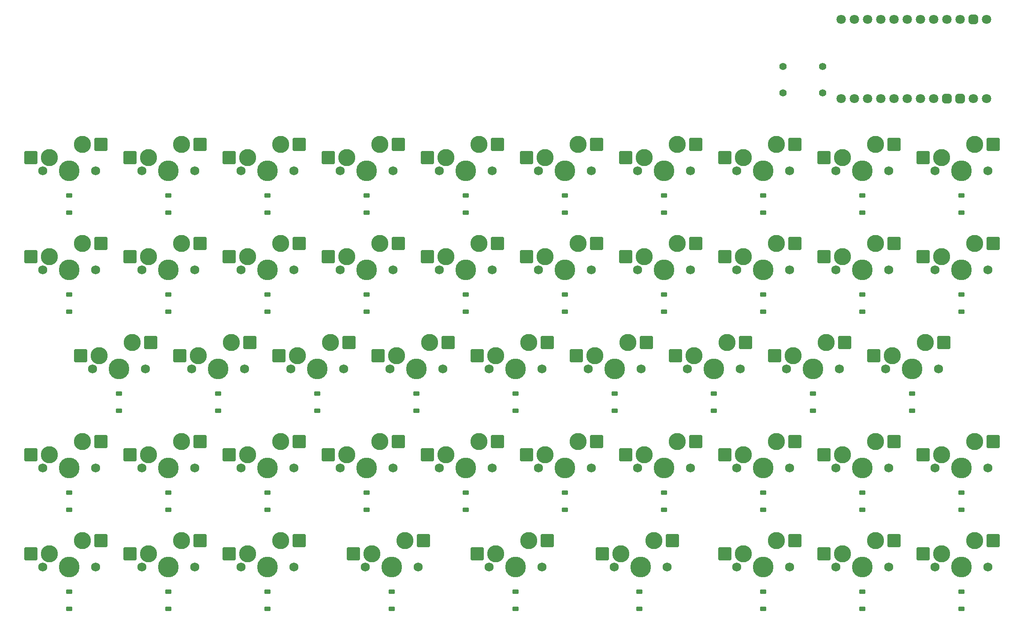
<source format=gbr>
%TF.GenerationSoftware,KiCad,Pcbnew,8.0.6*%
%TF.CreationDate,2024-12-01T20:43:42-07:00*%
%TF.ProjectId,newk-tabesque48,6e65776b-2d74-4616-9265-737175653438,rev?*%
%TF.SameCoordinates,Original*%
%TF.FileFunction,Soldermask,Bot*%
%TF.FilePolarity,Negative*%
%FSLAX46Y46*%
G04 Gerber Fmt 4.6, Leading zero omitted, Abs format (unit mm)*
G04 Created by KiCad (PCBNEW 8.0.6) date 2024-12-01 20:43:42*
%MOMM*%
%LPD*%
G01*
G04 APERTURE LIST*
G04 Aperture macros list*
%AMRoundRect*
0 Rectangle with rounded corners*
0 $1 Rounding radius*
0 $2 $3 $4 $5 $6 $7 $8 $9 X,Y pos of 4 corners*
0 Add a 4 corners polygon primitive as box body*
4,1,4,$2,$3,$4,$5,$6,$7,$8,$9,$2,$3,0*
0 Add four circle primitives for the rounded corners*
1,1,$1+$1,$2,$3*
1,1,$1+$1,$4,$5*
1,1,$1+$1,$6,$7*
1,1,$1+$1,$8,$9*
0 Add four rect primitives between the rounded corners*
20,1,$1+$1,$2,$3,$4,$5,0*
20,1,$1+$1,$4,$5,$6,$7,0*
20,1,$1+$1,$6,$7,$8,$9,0*
20,1,$1+$1,$8,$9,$2,$3,0*%
G04 Aperture macros list end*
%ADD10C,1.397000*%
%ADD11C,1.800000*%
%ADD12RoundRect,0.450000X-0.450000X0.450000X-0.450000X-0.450000X0.450000X-0.450000X0.450000X0.450000X0*%
%ADD13C,1.750000*%
%ADD14C,3.987800*%
%ADD15C,3.300000*%
%ADD16RoundRect,0.250000X1.025000X1.000000X-1.025000X1.000000X-1.025000X-1.000000X1.025000X-1.000000X0*%
%ADD17RoundRect,0.225000X0.375000X-0.225000X0.375000X0.225000X-0.375000X0.225000X-0.375000X-0.225000X0*%
G04 APERTURE END LIST*
D10*
%TO.C,SW1*%
X206629000Y-37846000D03*
X214249000Y-37846000D03*
X206629000Y-42926000D03*
X214249000Y-42926000D03*
%TD*%
D11*
%TO.C,U1*%
X245681500Y-44100750D03*
X243141500Y-44100750D03*
D12*
X240601500Y-44100750D03*
X238061500Y-44100750D03*
D11*
X235521500Y-44100750D03*
X232981500Y-44100750D03*
X230441500Y-44100750D03*
X227901500Y-44100750D03*
X225361500Y-44100750D03*
X222821500Y-44100750D03*
X220281500Y-44100750D03*
X217741500Y-44100750D03*
X245681500Y-28860750D03*
D12*
X243141500Y-28860750D03*
D11*
X240601500Y-28860750D03*
X238061500Y-28860750D03*
X235521500Y-28860750D03*
X232981500Y-28860750D03*
X230441500Y-28860750D03*
X227901500Y-28860750D03*
X225361500Y-28860750D03*
X222821500Y-28860750D03*
X220281500Y-28860750D03*
X217741500Y-28860750D03*
%TD*%
D13*
%TO.C,MX33*%
X188849000Y-115062000D03*
D14*
X183769000Y-115062000D03*
D13*
X178689000Y-115062000D03*
D15*
X179959000Y-112522000D03*
D16*
X176409000Y-112522000D03*
X189859000Y-109982000D03*
D15*
X186309000Y-109982000D03*
%TD*%
D13*
%TO.C,MX31*%
X226949000Y-115062000D03*
D14*
X221869000Y-115062000D03*
D13*
X216789000Y-115062000D03*
D15*
X218059000Y-112522000D03*
D16*
X214509000Y-112522000D03*
X227959000Y-109982000D03*
D15*
X224409000Y-109982000D03*
%TD*%
D13*
%TO.C,MX44*%
X160274000Y-134112000D03*
D14*
X155194000Y-134112000D03*
D13*
X150114000Y-134112000D03*
D15*
X151384000Y-131572000D03*
D16*
X147834000Y-131572000D03*
X161284000Y-129032000D03*
D15*
X157734000Y-129032000D03*
%TD*%
D13*
%TO.C,MX4*%
X188849000Y-57912000D03*
D14*
X183769000Y-57912000D03*
D13*
X178689000Y-57912000D03*
D15*
X179959000Y-55372000D03*
D16*
X176409000Y-55372000D03*
X189859000Y-52832000D03*
D15*
X186309000Y-52832000D03*
%TD*%
D13*
%TO.C,MX12*%
X226949000Y-76962000D03*
D14*
X221869000Y-76962000D03*
D13*
X216789000Y-76962000D03*
D15*
X218059000Y-74422000D03*
D16*
X214509000Y-74422000D03*
X227959000Y-71882000D03*
D15*
X224409000Y-71882000D03*
%TD*%
D13*
%TO.C,MX37*%
X112649000Y-115062000D03*
D14*
X107569000Y-115062000D03*
D13*
X102489000Y-115062000D03*
D15*
X103759000Y-112522000D03*
D16*
X100209000Y-112522000D03*
X113659000Y-109982000D03*
D15*
X110109000Y-109982000D03*
%TD*%
D13*
%TO.C,MX20*%
X74549000Y-76962000D03*
D14*
X69469000Y-76962000D03*
D13*
X64389000Y-76962000D03*
D15*
X65659000Y-74422000D03*
D16*
X62109000Y-74422000D03*
X75559000Y-71882000D03*
D15*
X72009000Y-71882000D03*
%TD*%
D13*
%TO.C,MX39*%
X74549000Y-115062000D03*
D14*
X69469000Y-115062000D03*
D13*
X64389000Y-115062000D03*
D15*
X65659000Y-112522000D03*
D16*
X62109000Y-112522000D03*
X75559000Y-109982000D03*
D15*
X72009000Y-109982000D03*
%TD*%
D13*
%TO.C,MX3*%
X207899000Y-57912000D03*
D14*
X202819000Y-57912000D03*
D13*
X197739000Y-57912000D03*
D15*
X199009000Y-55372000D03*
D16*
X195459000Y-55372000D03*
X208909000Y-52832000D03*
D15*
X205359000Y-52832000D03*
%TD*%
D13*
%TO.C,MX13*%
X207899000Y-76962000D03*
D14*
X202819000Y-76962000D03*
D13*
X197739000Y-76962000D03*
D15*
X199009000Y-74422000D03*
D16*
X195459000Y-74422000D03*
X208909000Y-71882000D03*
D15*
X205359000Y-71882000D03*
%TD*%
D17*
%TO.C,D32*%
X202819000Y-123124500D03*
X202819000Y-119824500D03*
%TD*%
%TO.C,D31*%
X221869000Y-123124500D03*
X221869000Y-119824500D03*
%TD*%
D13*
%TO.C,MX2*%
X226949000Y-57912000D03*
D14*
X221869000Y-57912000D03*
D13*
X216789000Y-57912000D03*
D15*
X218059000Y-55372000D03*
D16*
X214509000Y-55372000D03*
X227959000Y-52832000D03*
D15*
X224409000Y-52832000D03*
%TD*%
D13*
%TO.C,MX7*%
X131699000Y-57912000D03*
D14*
X126619000Y-57912000D03*
D13*
X121539000Y-57912000D03*
D15*
X122809000Y-55372000D03*
D16*
X119259000Y-55372000D03*
X132709000Y-52832000D03*
D15*
X129159000Y-52832000D03*
%TD*%
D17*
%TO.C,D36*%
X126619000Y-123124500D03*
X126619000Y-119824500D03*
%TD*%
%TO.C,D15*%
X164719000Y-85024500D03*
X164719000Y-81724500D03*
%TD*%
D13*
%TO.C,MX1*%
X245999000Y-57912000D03*
D14*
X240919000Y-57912000D03*
D13*
X235839000Y-57912000D03*
D15*
X237109000Y-55372000D03*
D16*
X233559000Y-55372000D03*
X247009000Y-52832000D03*
D15*
X243459000Y-52832000D03*
%TD*%
D13*
%TO.C,MX19*%
X93599000Y-76962000D03*
D14*
X88519000Y-76962000D03*
D13*
X83439000Y-76962000D03*
D15*
X84709000Y-74422000D03*
D16*
X81159000Y-74422000D03*
X94609000Y-71882000D03*
D15*
X91059000Y-71882000D03*
%TD*%
D17*
%TO.C,D6*%
X145669000Y-65974500D03*
X145669000Y-62674500D03*
%TD*%
%TO.C,D5*%
X164719000Y-65974500D03*
X164719000Y-62674500D03*
%TD*%
D13*
%TO.C,MX40*%
X245999000Y-134112000D03*
D14*
X240919000Y-134112000D03*
D13*
X235839000Y-134112000D03*
D15*
X237109000Y-131572000D03*
D16*
X233559000Y-131572000D03*
X247009000Y-129032000D03*
D15*
X243459000Y-129032000D03*
%TD*%
D13*
%TO.C,MX36*%
X131699000Y-115062000D03*
D14*
X126619000Y-115062000D03*
D13*
X121539000Y-115062000D03*
D15*
X122809000Y-112522000D03*
D16*
X119259000Y-112522000D03*
X132709000Y-109982000D03*
D15*
X129159000Y-109982000D03*
%TD*%
D13*
%TO.C,MX46*%
X112649000Y-134112000D03*
D14*
X107569000Y-134112000D03*
D13*
X102489000Y-134112000D03*
D15*
X103759000Y-131572000D03*
D16*
X100209000Y-131572000D03*
X113659000Y-129032000D03*
D15*
X110109000Y-129032000D03*
%TD*%
D17*
%TO.C,D45*%
X131381500Y-142174500D03*
X131381500Y-138874500D03*
%TD*%
D13*
%TO.C,MX16*%
X150749000Y-76962000D03*
D14*
X145669000Y-76962000D03*
D13*
X140589000Y-76962000D03*
D15*
X141859000Y-74422000D03*
D16*
X138309000Y-74422000D03*
X151759000Y-71882000D03*
D15*
X148209000Y-71882000D03*
%TD*%
D13*
%TO.C,MX41*%
X226949000Y-134112000D03*
D14*
X221869000Y-134112000D03*
D13*
X216789000Y-134112000D03*
D15*
X218059000Y-131572000D03*
D16*
X214509000Y-131572000D03*
X227959000Y-129032000D03*
D15*
X224409000Y-129032000D03*
%TD*%
D13*
%TO.C,MX17*%
X131699000Y-76962000D03*
D14*
X126619000Y-76962000D03*
D13*
X121539000Y-76962000D03*
D15*
X122809000Y-74422000D03*
D16*
X119259000Y-74422000D03*
X132709000Y-71882000D03*
D15*
X129159000Y-71882000D03*
%TD*%
D17*
%TO.C,D9*%
X88519000Y-65974500D03*
X88519000Y-62674500D03*
%TD*%
D13*
%TO.C,MX9*%
X93599000Y-57912000D03*
D14*
X88519000Y-57912000D03*
D13*
X83439000Y-57912000D03*
D15*
X84709000Y-55372000D03*
D16*
X81159000Y-55372000D03*
X94609000Y-52832000D03*
D15*
X91059000Y-52832000D03*
%TD*%
D13*
%TO.C,MX25*%
X160274000Y-96012000D03*
D14*
X155194000Y-96012000D03*
D13*
X150114000Y-96012000D03*
D15*
X151384000Y-93472000D03*
D16*
X147834000Y-93472000D03*
X161284000Y-90932000D03*
D15*
X157734000Y-90932000D03*
%TD*%
D17*
%TO.C,D39*%
X69469000Y-123124500D03*
X69469000Y-119824500D03*
%TD*%
%TO.C,D48*%
X69469000Y-142174500D03*
X69469000Y-138874500D03*
%TD*%
D13*
%TO.C,MX10*%
X74549000Y-57912000D03*
D14*
X69469000Y-57912000D03*
D13*
X64389000Y-57912000D03*
D15*
X65659000Y-55372000D03*
D16*
X62109000Y-55372000D03*
X75559000Y-52832000D03*
D15*
X72009000Y-52832000D03*
%TD*%
D17*
%TO.C,D19*%
X88519000Y-85024500D03*
X88519000Y-81724500D03*
%TD*%
%TO.C,D4*%
X183769000Y-65974500D03*
X183769000Y-62674500D03*
%TD*%
D13*
%TO.C,MX5*%
X169799000Y-57912000D03*
D14*
X164719000Y-57912000D03*
D13*
X159639000Y-57912000D03*
D15*
X160909000Y-55372000D03*
D16*
X157359000Y-55372000D03*
X170809000Y-52832000D03*
D15*
X167259000Y-52832000D03*
%TD*%
D13*
%TO.C,MX23*%
X198374000Y-96012000D03*
D14*
X193294000Y-96012000D03*
D13*
X188214000Y-96012000D03*
D15*
X189484000Y-93472000D03*
D16*
X185934000Y-93472000D03*
X199384000Y-90932000D03*
D15*
X195834000Y-90932000D03*
%TD*%
D17*
%TO.C,D24*%
X174244000Y-104074500D03*
X174244000Y-100774500D03*
%TD*%
%TO.C,D12*%
X221869000Y-85024500D03*
X221869000Y-81724500D03*
%TD*%
%TO.C,D17*%
X126619000Y-85024500D03*
X126619000Y-81724500D03*
%TD*%
%TO.C,D8*%
X107569000Y-65974500D03*
X107569000Y-62674500D03*
%TD*%
D13*
%TO.C,MX24*%
X179324000Y-96012000D03*
D14*
X174244000Y-96012000D03*
D13*
X169164000Y-96012000D03*
D15*
X170434000Y-93472000D03*
D16*
X166884000Y-93472000D03*
X180334000Y-90932000D03*
D15*
X176784000Y-90932000D03*
%TD*%
D13*
%TO.C,MX27*%
X122174000Y-96012000D03*
D14*
X117094000Y-96012000D03*
D13*
X112014000Y-96012000D03*
D15*
X113284000Y-93472000D03*
D16*
X109734000Y-93472000D03*
X123184000Y-90932000D03*
D15*
X119634000Y-90932000D03*
%TD*%
D17*
%TO.C,D43*%
X179006500Y-142174500D03*
X179006500Y-138874500D03*
%TD*%
%TO.C,D13*%
X202819000Y-85024500D03*
X202819000Y-81724500D03*
%TD*%
%TO.C,D7*%
X126619000Y-65974500D03*
X126619000Y-62674500D03*
%TD*%
%TO.C,D30*%
X240919000Y-123124500D03*
X240919000Y-119824500D03*
%TD*%
%TO.C,D2*%
X221869000Y-65974500D03*
X221869000Y-62674500D03*
%TD*%
%TO.C,D1*%
X240919000Y-65974500D03*
X240919000Y-62674500D03*
%TD*%
D13*
%TO.C,MX47*%
X93599000Y-134112000D03*
D14*
X88519000Y-134112000D03*
D13*
X83439000Y-134112000D03*
D15*
X84709000Y-131572000D03*
D16*
X81159000Y-131572000D03*
X94609000Y-129032000D03*
D15*
X91059000Y-129032000D03*
%TD*%
D17*
%TO.C,D42*%
X202819000Y-142174500D03*
X202819000Y-138874500D03*
%TD*%
D13*
%TO.C,MX30*%
X245999000Y-115062000D03*
D14*
X240919000Y-115062000D03*
D13*
X235839000Y-115062000D03*
D15*
X237109000Y-112522000D03*
D16*
X233559000Y-112522000D03*
X247009000Y-109982000D03*
D15*
X243459000Y-109982000D03*
%TD*%
D13*
%TO.C,MX14*%
X188849000Y-76962000D03*
D14*
X183769000Y-76962000D03*
D13*
X178689000Y-76962000D03*
D15*
X179959000Y-74422000D03*
D16*
X176409000Y-74422000D03*
X189859000Y-71882000D03*
D15*
X186309000Y-71882000D03*
%TD*%
D17*
%TO.C,D35*%
X145669000Y-123124500D03*
X145669000Y-119824500D03*
%TD*%
D13*
%TO.C,MX11*%
X245999000Y-76962000D03*
D14*
X240919000Y-76962000D03*
D13*
X235839000Y-76962000D03*
D15*
X237109000Y-74422000D03*
D16*
X233559000Y-74422000D03*
X247009000Y-71882000D03*
D15*
X243459000Y-71882000D03*
%TD*%
D13*
%TO.C,MX22*%
X217424000Y-96012000D03*
D14*
X212344000Y-96012000D03*
D13*
X207264000Y-96012000D03*
D15*
X208534000Y-93472000D03*
D16*
X204984000Y-93472000D03*
X218434000Y-90932000D03*
D15*
X214884000Y-90932000D03*
%TD*%
D17*
%TO.C,D38*%
X88519000Y-123124500D03*
X88519000Y-119824500D03*
%TD*%
D13*
%TO.C,MX15*%
X169799000Y-76962000D03*
D14*
X164719000Y-76962000D03*
D13*
X159639000Y-76962000D03*
D15*
X160909000Y-74422000D03*
D16*
X157359000Y-74422000D03*
X170809000Y-71882000D03*
D15*
X167259000Y-71882000D03*
%TD*%
D13*
%TO.C,MX43*%
X184324000Y-134112000D03*
D14*
X179244000Y-134112000D03*
D13*
X174164000Y-134112000D03*
D15*
X175434000Y-131572000D03*
D16*
X171884000Y-131572000D03*
X185334000Y-129032000D03*
D15*
X181784000Y-129032000D03*
%TD*%
D13*
%TO.C,MX35*%
X150749000Y-115062000D03*
D14*
X145669000Y-115062000D03*
D13*
X140589000Y-115062000D03*
D15*
X141859000Y-112522000D03*
D16*
X138309000Y-112522000D03*
X151759000Y-109982000D03*
D15*
X148209000Y-109982000D03*
%TD*%
D17*
%TO.C,D16*%
X145669000Y-85024500D03*
X145669000Y-81724500D03*
%TD*%
%TO.C,D37*%
X107569000Y-123124500D03*
X107569000Y-119824500D03*
%TD*%
%TO.C,D34*%
X164719000Y-123124500D03*
X164719000Y-119824500D03*
%TD*%
%TO.C,D29*%
X78994000Y-104074500D03*
X78994000Y-100774500D03*
%TD*%
%TO.C,D20*%
X69469000Y-85024500D03*
X69469000Y-81724500D03*
%TD*%
D13*
%TO.C,MX29*%
X84074000Y-96012000D03*
D14*
X78994000Y-96012000D03*
D13*
X73914000Y-96012000D03*
D15*
X75184000Y-93472000D03*
D16*
X71634000Y-93472000D03*
X85084000Y-90932000D03*
D15*
X81534000Y-90932000D03*
%TD*%
D17*
%TO.C,D23*%
X193294000Y-104074500D03*
X193294000Y-100774500D03*
%TD*%
%TO.C,D40*%
X240919000Y-142174500D03*
X240919000Y-138874500D03*
%TD*%
D13*
%TO.C,MX34*%
X169799000Y-115062000D03*
D14*
X164719000Y-115062000D03*
D13*
X159639000Y-115062000D03*
D15*
X160909000Y-112522000D03*
D16*
X157359000Y-112522000D03*
X170809000Y-109982000D03*
D15*
X167259000Y-109982000D03*
%TD*%
D17*
%TO.C,D21*%
X231394000Y-104074500D03*
X231394000Y-100774500D03*
%TD*%
D13*
%TO.C,MX8*%
X112649000Y-57912000D03*
D14*
X107569000Y-57912000D03*
D13*
X102489000Y-57912000D03*
D15*
X103759000Y-55372000D03*
D16*
X100209000Y-55372000D03*
X113659000Y-52832000D03*
D15*
X110109000Y-52832000D03*
%TD*%
D17*
%TO.C,D18*%
X107569000Y-85024500D03*
X107569000Y-81724500D03*
%TD*%
%TO.C,D25*%
X155194000Y-104074500D03*
X155194000Y-100774500D03*
%TD*%
%TO.C,D26*%
X136144000Y-104074500D03*
X136144000Y-100774500D03*
%TD*%
D13*
%TO.C,MX26*%
X141224000Y-96012000D03*
D14*
X136144000Y-96012000D03*
D13*
X131064000Y-96012000D03*
D15*
X132334000Y-93472000D03*
D16*
X128784000Y-93472000D03*
X142234000Y-90932000D03*
D15*
X138684000Y-90932000D03*
%TD*%
D17*
%TO.C,D27*%
X117094000Y-104074500D03*
X117094000Y-100774500D03*
%TD*%
D13*
%TO.C,MX48*%
X74549000Y-134112000D03*
D14*
X69469000Y-134112000D03*
D13*
X64389000Y-134112000D03*
D15*
X65659000Y-131572000D03*
D16*
X62109000Y-131572000D03*
X75559000Y-129032000D03*
D15*
X72009000Y-129032000D03*
%TD*%
D13*
%TO.C,MX6*%
X150749000Y-57912000D03*
D14*
X145669000Y-57912000D03*
D13*
X140589000Y-57912000D03*
D15*
X141859000Y-55372000D03*
D16*
X138309000Y-55372000D03*
X151759000Y-52832000D03*
D15*
X148209000Y-52832000D03*
%TD*%
D13*
%TO.C,MX28*%
X103124000Y-96012000D03*
D14*
X98044000Y-96012000D03*
D13*
X92964000Y-96012000D03*
D15*
X94234000Y-93472000D03*
D16*
X90684000Y-93472000D03*
X104134000Y-90932000D03*
D15*
X100584000Y-90932000D03*
%TD*%
D13*
%TO.C,MX38*%
X93599000Y-115062000D03*
D14*
X88519000Y-115062000D03*
D13*
X83439000Y-115062000D03*
D15*
X84709000Y-112522000D03*
D16*
X81159000Y-112522000D03*
X94609000Y-109982000D03*
D15*
X91059000Y-109982000D03*
%TD*%
D17*
%TO.C,D47*%
X88519000Y-142174500D03*
X88519000Y-138874500D03*
%TD*%
%TO.C,D44*%
X155194000Y-142174500D03*
X155194000Y-138874500D03*
%TD*%
%TO.C,D41*%
X221869000Y-142174500D03*
X221869000Y-138874500D03*
%TD*%
%TO.C,D3*%
X202819000Y-65974500D03*
X202819000Y-62674500D03*
%TD*%
D13*
%TO.C,MX18*%
X112649000Y-76962000D03*
D14*
X107569000Y-76962000D03*
D13*
X102489000Y-76962000D03*
D15*
X103759000Y-74422000D03*
D16*
X100209000Y-74422000D03*
X113659000Y-71882000D03*
D15*
X110109000Y-71882000D03*
%TD*%
D17*
%TO.C,D33*%
X183769000Y-123124500D03*
X183769000Y-119824500D03*
%TD*%
%TO.C,D10*%
X69469000Y-65974500D03*
X69469000Y-62674500D03*
%TD*%
%TO.C,D22*%
X212344000Y-104074500D03*
X212344000Y-100774500D03*
%TD*%
D13*
%TO.C,MX45*%
X136461500Y-134112000D03*
D14*
X131381500Y-134112000D03*
D13*
X126301500Y-134112000D03*
D15*
X127571500Y-131572000D03*
D16*
X124021500Y-131572000D03*
X137471500Y-129032000D03*
D15*
X133921500Y-129032000D03*
%TD*%
D17*
%TO.C,D46*%
X107569000Y-142174500D03*
X107569000Y-138874500D03*
%TD*%
%TO.C,D28*%
X98044000Y-104074500D03*
X98044000Y-100774500D03*
%TD*%
D13*
%TO.C,MX32*%
X207899000Y-115062000D03*
D14*
X202819000Y-115062000D03*
D13*
X197739000Y-115062000D03*
D15*
X199009000Y-112522000D03*
D16*
X195459000Y-112522000D03*
X208909000Y-109982000D03*
D15*
X205359000Y-109982000D03*
%TD*%
D13*
%TO.C,MX21*%
X236474000Y-96012000D03*
D14*
X231394000Y-96012000D03*
D13*
X226314000Y-96012000D03*
D15*
X227584000Y-93472000D03*
D16*
X224034000Y-93472000D03*
X237484000Y-90932000D03*
D15*
X233934000Y-90932000D03*
%TD*%
D17*
%TO.C,D11*%
X240919000Y-85024500D03*
X240919000Y-81724500D03*
%TD*%
D13*
%TO.C,MX42*%
X207899000Y-134112000D03*
D14*
X202819000Y-134112000D03*
D13*
X197739000Y-134112000D03*
D15*
X199009000Y-131572000D03*
D16*
X195459000Y-131572000D03*
X208909000Y-129032000D03*
D15*
X205359000Y-129032000D03*
%TD*%
D17*
%TO.C,D14*%
X183769000Y-85024500D03*
X183769000Y-81724500D03*
%TD*%
M02*

</source>
